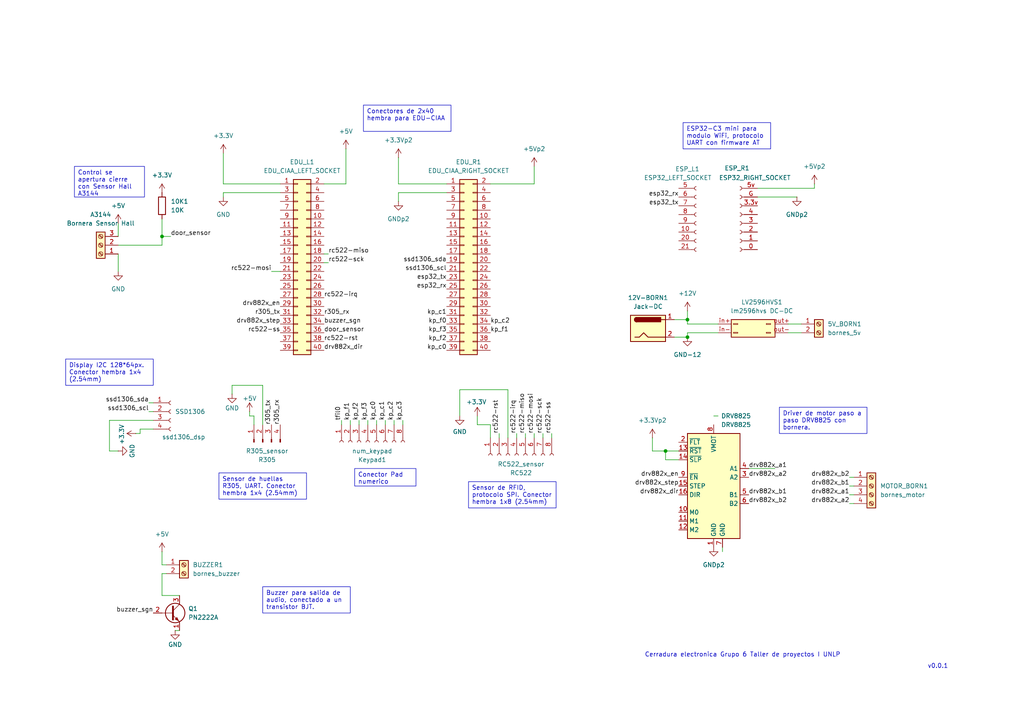
<source format=kicad_sch>
(kicad_sch (version 20250114) (generator "eeschema") (generator_version "9.0")
  (paper "A4")
  (lib_symbols
    (symbol "Conn_01x08_Socket_1" (pin_names (offset 1.016) (hide yes))
      (property "Reference" "J5" (at 1.27 0.0001 0))
      (property "Value" "Conn_01x08_Socket" (at 1.27 -2.5399 0))
      (symbol "Conn_01x08_Socket_1_1_1"
        (polyline (pts (xy -1.27 7.62) (xy -0.508 7.62)) (stroke (width 0.1524)))
        (polyline (pts (xy -1.27 5.08) (xy -0.508 5.08)) (stroke (width 0.1524)))
        (polyline (pts (xy -1.27 2.54) (xy -0.508 2.54)) (stroke (width 0.1524)))
        (polyline (pts (xy -1.27 0) (xy -0.508 0)) (stroke (width 0.1524)))
        (polyline (pts (xy -1.27 -2.54) (xy -0.508 -2.54)) (stroke (width 0.1524)))
        (polyline (pts (xy -1.27 -5.08) (xy -0.508 -5.08)) (stroke (width 0.1524)))
        (polyline (pts (xy -1.27 -7.62) (xy -0.508 -7.62)) (stroke (width 0.1524)))
        (polyline (pts (xy -1.27 -10.16) (xy -0.508 -10.16)) (stroke (width 0.1524)))
        (arc (start 0 7.112) (mid -0.5058 7.62) (end 0 8.128) (stroke (width 0.1524)))
        (arc (start 0 4.572) (mid -0.5058 5.08) (end 0 5.588) (stroke (width 0.1524)))
        (arc (start 0 2.032) (mid -0.5058 2.54) (end 0 3.048) (stroke (width 0.1524)))
        (arc (start 0 -0.508) (mid -0.5058 0) (end 0 0.508) (stroke (width 0.1524)))
        (arc (start 0 -3.048) (mid -0.5058 -2.54) (end 0 -2.032) (stroke (width 0.1524)))
        (arc (start 0 -5.588) (mid -0.5058 -5.08) (end 0 -4.572) (stroke (width 0.1524)))
        (arc (start 0 -8.128) (mid -0.5058 -7.62) (end 0 -7.112) (stroke (width 0.1524)))
        (arc (start 0 -10.668) (mid -0.5058 -10.16) (end 0 -9.652) (stroke (width 0.1524)))
        (pin passive line (at -5.08 7.62 0) (length 3.81) (name "5v") (number "5v"))
        (pin passive line (at -5.08 5.08 0) (length 3.81) (name "G") (number "G"))
        (pin passive line (at -5.08 2.54 0) (length 3.81) (name "3.3v") (number "3.3v"))
        (pin passive line (at -5.08 0 0) (length 3.81) (name "Pin_4") (number "4"))
        (pin passive line (at -5.08 -2.54 0) (length 3.81) (name "Pin_3") (number "3"))
        (pin passive line (at -5.08 -5.08 0) (length 3.81) (name "Pin_2") (number "2"))
        (pin passive line (at -5.08 -7.62 0) (length 3.81) (name "Pin_1") (number "1"))
        (pin passive line (at -5.08 -10.16 0) (length 3.81) (name "Pin_0") (number "0"))
      )
    )
    (symbol "Conn_01x08_Socket_2" (pin_names (offset 1.016) (hide yes))
      (property "Reference" "J9" (at -0.635 12.7 0))
      (property "Value" "Conn_01x08_Socket" (at -0.635 10.16 0))
      (symbol "Conn_01x08_Socket_2_1_1"
        (polyline (pts (xy -1.27 7.62) (xy -0.508 7.62)) (stroke (width 0.1524)))
        (polyline (pts (xy -1.27 5.08) (xy -0.508 5.08)) (stroke (width 0.1524)))
        (polyline (pts (xy -1.27 2.54) (xy -0.508 2.54)) (stroke (width 0.1524)))
        (polyline (pts (xy -1.27 0) (xy -0.508 0)) (stroke (width 0.1524)))
        (polyline (pts (xy -1.27 -2.54) (xy -0.508 -2.54)) (stroke (width 0.1524)))
        (polyline (pts (xy -1.27 -5.08) (xy -0.508 -5.08)) (stroke (width 0.1524)))
        (polyline (pts (xy -1.27 -7.62) (xy -0.508 -7.62)) (stroke (width 0.1524)))
        (polyline (pts (xy -1.27 -10.16) (xy -0.508 -10.16)) (stroke (width 0.1524)))
        (arc (start 0 7.112) (mid -0.5058 7.62) (end 0 8.128) (stroke (width 0.1524)))
        (arc (start 0 4.572) (mid -0.5058 5.08) (end 0 5.588) (stroke (width 0.1524)))
        (arc (start 0 2.032) (mid -0.5058 2.54) (end 0 3.048) (stroke (width 0.1524)))
        (arc (start 0 -0.508) (mid -0.5058 0) (end 0 0.508) (stroke (width 0.1524)))
        (arc (start 0 -3.048) (mid -0.5058 -2.54) (end 0 -2.032) (stroke (width 0.1524)))
        (arc (start 0 -5.588) (mid -0.5058 -5.08) (end 0 -4.572) (stroke (width 0.1524)))
        (arc (start 0 -8.128) (mid -0.5058 -7.62) (end 0 -7.112) (stroke (width 0.1524)))
        (arc (start 0 -10.668) (mid -0.5058 -10.16) (end 0 -9.652) (stroke (width 0.1524)))
        (pin passive line (at -5.08 7.62 0) (length 3.81) (name "Pin_5") (number "5"))
        (pin passive line (at -5.08 5.08 0) (length 3.81) (name "Pin_6") (number "6"))
        (pin passive line (at -5.08 2.54 0) (length 3.81) (name "Pin_7") (number "7"))
        (pin passive line (at -5.08 0 0) (length 3.81) (name "Pin_8") (number "8"))
        (pin passive line (at -5.08 -2.54 0) (length 3.81) (name "Pin_9") (number "9"))
        (pin passive line (at -5.08 -5.08 0) (length 3.81) (name "pin_10") (number "10"))
        (pin passive line (at -5.08 -7.62 0) (length 3.81) (name "Pin_20") (number "20"))
        (pin passive line (at -5.08 -10.16 0) (length 3.81) (name "Pin_21") (number "21"))
      )
    )
    (symbol "Connector:Conn_01x04_Pin" (pin_names (offset 1.016) (hide yes))
      (property "Reference" "J" (at 0 5.08 0))
      (property "Value" "Conn_01x04_Pin" (at 0 -7.62 0))
      (symbol "Conn_01x04_Pin_1_1"
        (rectangle (start 0.8636 2.667) (end 0 2.413) (stroke (width 0.1524)) (fill (type outline)))
        (rectangle (start 0.8636 0.127) (end 0 -0.127) (stroke (width 0.1524)) (fill (type outline)))
        (rectangle (start 0.8636 -2.413) (end 0 -2.667) (stroke (width 0.1524)) (fill (type outline)))
        (rectangle (start 0.8636 -4.953) (end 0 -5.207) (stroke (width 0.1524)) (fill (type outline)))
        (polyline (pts (xy 1.27 2.54) (xy 0.8636 2.54)) (stroke (width 0.1524)))
        (polyline (pts (xy 1.27 0) (xy 0.8636 0)) (stroke (width 0.1524)))
        (polyline (pts (xy 1.27 -2.54) (xy 0.8636 -2.54)) (stroke (width 0.1524)))
        (polyline (pts (xy 1.27 -5.08) (xy 0.8636 -5.08)) (stroke (width 0.1524)))
        (pin passive line (at 5.08 2.54 180) (length 3.81) (name "Pin_1") (number "1"))
        (pin passive line (at 5.08 0 180) (length 3.81) (name "Pin_2") (number "2"))
        (pin passive line (at 5.08 -2.54 180) (length 3.81) (name "Pin_3") (number "3"))
        (pin passive line (at 5.08 -5.08 180) (length 3.81) (name "Pin_4") (number "4"))
      )
    )
    (symbol "Connector:Conn_01x04_Socket" (pin_names (offset 1.016) (hide yes))
      (property "Reference" "J" (at 0 5.08 0))
      (property "Value" "Conn_01x04_Socket" (at 0 -7.62 0))
      (symbol "Conn_01x04_Socket_1_1"
        (polyline (pts (xy -1.27 2.54) (xy -0.508 2.54)) (stroke (width 0.1524)))
        (polyline (pts (xy -1.27 0) (xy -0.508 0)) (stroke (width 0.1524)))
        (polyline (pts (xy -1.27 -2.54) (xy -0.508 -2.54)) (stroke (width 0.1524)))
        (polyline (pts (xy -1.27 -5.08) (xy -0.508 -5.08)) (stroke (width 0.1524)))
        (arc (start 0 2.032) (mid -0.5058 2.54) (end 0 3.048) (stroke (width 0.1524)))
        (arc (start 0 -0.508) (mid -0.5058 0) (end 0 0.508) (stroke (width 0.1524)))
        (arc (start 0 -3.048) (mid -0.5058 -2.54) (end 0 -2.032) (stroke (width 0.1524)))
        (arc (start 0 -5.588) (mid -0.5058 -5.08) (end 0 -4.572) (stroke (width 0.1524)))
        (pin passive line (at -5.08 2.54 0) (length 3.81) (name "Pin_1") (number "1"))
        (pin passive line (at -5.08 0 0) (length 3.81) (name "Pin_2") (number "2"))
        (pin passive line (at -5.08 -2.54 0) (length 3.81) (name "Pin_3") (number "3"))
        (pin passive line (at -5.08 -5.08 0) (length 3.81) (name "Pin_4") (number "4"))
      )
    )
    (symbol "Connector:Conn_01x08_Socket" (pin_names (offset 1.016) (hide yes))
      (property "Reference" "J" (at 0 10.16 0))
      (property "Value" "Conn_01x08_Socket" (at 0 -12.7 0))
      (symbol "Conn_01x08_Socket_1_1"
        (polyline (pts (xy -1.27 7.62) (xy -0.508 7.62)) (stroke (width 0.1524)))
        (polyline (pts (xy -1.27 5.08) (xy -0.508 5.08)) (stroke (width 0.1524)))
        (polyline (pts (xy -1.27 2.54) (xy -0.508 2.54)) (stroke (width 0.1524)))
        (polyline (pts (xy -1.27 0) (xy -0.508 0)) (stroke (width 0.1524)))
        (polyline (pts (xy -1.27 -2.54) (xy -0.508 -2.54)) (stroke (width 0.1524)))
        (polyline (pts (xy -1.27 -5.08) (xy -0.508 -5.08)) (stroke (width 0.1524)))
        (polyline (pts (xy -1.27 -7.62) (xy -0.508 -7.62)) (stroke (width 0.1524)))
        (polyline (pts (xy -1.27 -10.16) (xy -0.508 -10.16)) (stroke (width 0.1524)))
        (arc (start 0 7.112) (mid -0.5058 7.62) (end 0 8.128) (stroke (width 0.1524)))
        (arc (start 0 4.572) (mid -0.5058 5.08) (end 0 5.588) (stroke (width 0.1524)))
        (arc (start 0 2.032) (mid -0.5058 2.54) (end 0 3.048) (stroke (width 0.1524)))
        (arc (start 0 -0.508) (mid -0.5058 0) (end 0 0.508) (stroke (width 0.1524)))
        (arc (start 0 -3.048) (mid -0.5058 -2.54) (end 0 -2.032) (stroke (width 0.1524)))
        (arc (start 0 -5.588) (mid -0.5058 -5.08) (end 0 -4.572) (stroke (width 0.1524)))
        (arc (start 0 -8.128) (mid -0.5058 -7.62) (end 0 -7.112) (stroke (width 0.1524)))
        (arc (start 0 -10.668) (mid -0.5058 -10.16) (end 0 -9.652) (stroke (width 0.1524)))
        (pin passive line (at -5.08 7.62 0) (length 3.81) (name "Pin_1") (number "1"))
        (pin passive line (at -5.08 5.08 0) (length 3.81) (name "Pin_2") (number "2"))
        (pin passive line (at -5.08 2.54 0) (length 3.81) (name "Pin_3") (number "3"))
        (pin passive line (at -5.08 0 0) (length 3.81) (name "Pin_4") (number "4"))
        (pin passive line (at -5.08 -2.54 0) (length 3.81) (name "Pin_5") (number "5"))
        (pin passive line (at -5.08 -5.08 0) (length 3.81) (name "Pin_6") (number "6"))
        (pin passive line (at -5.08 -7.62 0) (length 3.81) (name "Pin_7") (number "7"))
        (pin passive line (at -5.08 -10.16 0) (length 3.81) (name "Pin_8") (number "8"))
      )
    )
    (symbol "Connector:Jack-DC" (pin_names (offset 1.016))
      (property "Reference" "J" (at 0 5.334 0))
      (property "Value" "Jack-DC" (at 0 -5.08 0))
      (symbol "Jack-DC_0_1"
        (rectangle (start -5.08 3.81) (end 5.08 -3.81) (stroke (width 0.254)) (fill (type background)))
        (polyline (pts (xy -3.81 -2.54) (xy -2.54 -2.54) (xy -1.27 -1.27) (xy 0 -2.54) (xy 2.54 -2.54) (xy 5.08 -2.54)) (stroke (width 0.254)))
        (arc (start -3.302 1.905) (mid -3.9343 2.54) (end -3.302 3.175) (stroke (width 0.254)))
        (arc (start -3.302 1.905) (mid -3.9343 2.54) (end -3.302 3.175) (stroke (width 0.254)) (fill (type outline)))
        (rectangle (start 3.683 3.175) (end -3.302 1.905) (stroke (width 0.254)) (fill (type outline)))
        (polyline (pts (xy 5.08 2.54) (xy 3.81 2.54)) (stroke (width 0.254)))
      )
      (symbol "Jack-DC_1_1"
        (pin passive line (at 7.62 2.54 180) (length 2.54) (name "~") (number "1"))
        (pin passive line (at 7.62 -2.54 180) (length 2.54) (name "~") (number "2"))
      )
    )
    (symbol "Connector:Screw_Terminal_01x02" (pin_names (offset 1.016) (hide yes))
      (property "Reference" "J" (at 0 2.54 0))
      (property "Value" "Screw_Terminal_01x02" (at 0 -5.08 0))
      (symbol "Screw_Terminal_01x02_1_1"
        (rectangle (start -1.27 1.27) (end 1.27 -3.81) (stroke (width 0.254)) (fill (type background)))
        (polyline (pts (xy -0.5334 0.3302) (xy 0.3302 -0.508)) (stroke (width 0.1524)))
        (polyline (pts (xy -0.5334 -2.2098) (xy 0.3302 -3.048)) (stroke (width 0.1524)))
        (polyline (pts (xy -0.3556 0.508) (xy 0.508 -0.3302)) (stroke (width 0.1524)))
        (polyline (pts (xy -0.3556 -2.032) (xy 0.508 -2.8702)) (stroke (width 0.1524)))
        (circle (center 0 0) (radius 0.635) (stroke (width 0.1524)))
        (circle (center 0 -2.54) (radius 0.635) (stroke (width 0.1524)))
        (pin passive line (at -5.08 0 0) (length 3.81) (name "Pin_1") (number "1"))
        (pin passive line (at -5.08 -2.54 0) (length 3.81) (name "Pin_2") (number "2"))
      )
    )
    (symbol "Connector:Screw_Terminal_01x03" (pin_names (offset 1.016) (hide yes))
      (property "Reference" "J" (at 0 5.08 0))
      (property "Value" "Screw_Terminal_01x03" (at 0 -5.08 0))
      (symbol "Screw_Terminal_01x03_1_1"
        (rectangle (start -1.27 3.81) (end 1.27 -3.81) (stroke (width 0.254)) (fill (type background)))
        (polyline (pts (xy -0.5334 2.8702) (xy 0.3302 2.032)) (stroke (width 0.1524)))
        (polyline (pts (xy -0.5334 0.3302) (xy 0.3302 -0.508)) (stroke (width 0.1524)))
        (polyline (pts (xy -0.5334 -2.2098) (xy 0.3302 -3.048)) (stroke (width 0.1524)))
        (polyline (pts (xy -0.3556 3.048) (xy 0.508 2.2098)) (stroke (width 0.1524)))
        (polyline (pts (xy -0.3556 0.508) (xy 0.508 -0.3302)) (stroke (width 0.1524)))
        (polyline (pts (xy -0.3556 -2.032) (xy 0.508 -2.8702)) (stroke (width 0.1524)))
        (circle (center 0 2.54) (radius 0.635) (stroke (width 0.1524)))
        (circle (center 0 0) (radius 0.635) (stroke (width 0.1524)))
        (circle (center 0 -2.54) (radius 0.635) (stroke (width 0.1524)))
        (pin passive line (at -5.08 2.54 0) (length 3.81) (name "Pin_1") (number "1"))
        (pin passive line (at -5.08 0 0) (length 3.81) (name "Pin_2") (number "2"))
        (pin passive line (at -5.08 -2.54 0) (length 3.81) (name "Pin_3") (number "3"))
      )
    )
    (symbol "Connector:Screw_Terminal_01x04" (pin_names (offset 1.016) (hide yes))
      (property "Reference" "J" (at 0 5.08 0))
      (property "Value" "Screw_Terminal_01x04" (at 0 -7.62 0))
      (symbol "Screw_Terminal_01x04_1_1"
        (rectangle (start -1.27 3.81) (end 1.27 -6.35) (stroke (width 0.254)) (fill (type background)))
        (polyline (pts (xy -0.5334 2.8702) (xy 0.3302 2.032)) (stroke (width 0.1524)))
        (polyline (pts (xy -0.5334 0.3302) (xy 0.3302 -0.508)) (stroke (width 0.1524)))
        (polyline (pts (xy -0.5334 -2.2098) (xy 0.3302 -3.048)) (stroke (width 0.1524)))
        (polyline (pts (xy -0.5334 -4.7498) (xy 0.3302 -5.588)) (stroke (width 0.1524)))
        (polyline (pts (xy -0.3556 3.048) (xy 0.508 2.2098)) (stroke (width 0.1524)))
        (polyline (pts (xy -0.3556 0.508) (xy 0.508 -0.3302)) (stroke (width 0.1524)))
        (polyline (pts (xy -0.3556 -2.032) (xy 0.508 -2.8702)) (stroke (width 0.1524)))
        (polyline (pts (xy -0.3556 -4.572) (xy 0.508 -5.4102)) (stroke (width 0.1524)))
        (circle (center 0 2.54) (radius 0.635) (stroke (width 0.1524)))
        (circle (center 0 0) (radius 0.635) (stroke (width 0.1524)))
        (circle (center 0 -2.54) (radius 0.635) (stroke (width 0.1524)))
        (circle (center 0 -5.08) (radius 0.635) (stroke (width 0.1524)))
        (pin passive line (at -5.08 2.54 0) (length 3.81) (name "Pin_1") (number "1"))
        (pin passive line (at -5.08 0 0) (length 3.81) (name "Pin_2") (number "2"))
        (pin passive line (at -5.08 -2.54 0) (length 3.81) (name "Pin_3") (number "3"))
        (pin passive line (at -5.08 -5.08 0) (length 3.81) (name "Pin_4") (number "4"))
      )
    )
    (symbol "Connector_Generic:Conn_02x02_Counter_Clockwise" (pin_names (offset 1.016) (hide yes))
      (property "Reference" "J10" (at 1.27 6.35 0))
      (property "Value" "HW-677 DC-DC" (at 1.27 3.81 0))
      (symbol "Conn_02x02_Counter_Clockwise_1_1"
        (rectangle (start -7.62 1.27) (end 5.08 -3.81) (stroke (width 0.254)) (fill (type background)))
        (rectangle (start -6.985 0.127) (end -5.715 -0.127) (stroke (width 0.1524)))
        (rectangle (start -6.985 -2.413) (end -5.715 -2.667) (stroke (width 0.1524)))
        (rectangle (start 3.81 0.127) (end 2.54 -0.127) (stroke (width 0.1524)))
        (rectangle (start 3.81 -2.413) (end 2.54 -2.667) (stroke (width 0.1524)))
        (pin passive line (at -11.43 0 0) (length 3.81) (name "Pin_1") (number "in+"))
        (pin passive line (at -11.43 -2.54 0) (length 3.81) (name "Pin_2") (number "in-"))
        (pin passive line (at 8.89 0 180) (length 3.81) (name "4") (number "out+"))
        (pin passive line (at 8.89 -2.54 180) (length 3.81) (name "3") (number "out-"))
      )
    )
    (symbol "Connector_Generic:Conn_02x20_Odd_Even" (pin_names (offset 1.016) (hide yes))
      (property "Reference" "J" (at 1.27 25.4 0))
      (property "Value" "Conn_02x20_Odd_Even" (at 1.27 -27.94 0))
      (symbol "Conn_02x20_Odd_Even_1_1"
        (rectangle (start -1.27 24.13) (end 3.81 -26.67) (stroke (width 0.254)) (fill (type background)))
        (rectangle (start -1.27 22.987) (end 0 22.733) (stroke (width 0.1524)))
        (rectangle (start -1.27 20.447) (end 0 20.193) (stroke (width 0.1524)))
        (rectangle (start -1.27 17.907) (end 0 17.653) (stroke (width 0.1524)))
        (rectangle (start -1.27 15.367) (end 0 15.113) (stroke (width 0.1524)))
        (rectangle (start -1.27 12.827) (end 0 12.573) (stroke (width 0.1524)))
        (rectangle (start -1.27 10.287) (end 0 10.033) (stroke (width 0.1524)))
        (rectangle (start -1.27 7.747) (end 0 7.493) (stroke (width 0.1524)))
        (rectangle (start -1.27 5.207) (end 0 4.953) (stroke (width 0.1524)))
        (rectangle (start -1.27 2.667) (end 0 2.413) (stroke (width 0.1524)))
        (rectangle (start -1.27 0.127) (end 0 -0.127) (stroke (width 0.1524)))
        (rectangle (start -1.27 -2.413) (end 0 -2.667) (stroke (width 0.1524)))
        (rectangle (start -1.27 -4.953) (end 0 -5.207) (stroke (width 0.1524)))
        (rectangle (start -1.27 -7.493) (end 0 -7.747) (stroke (width 0.1524)))
        (rectangle (start -1.27 -10.033) (end 0 -10.287) (stroke (width 0.1524)))
        (rectangle (start -1.27 -12.573) (end 0 -12.827) (stroke (width 0.1524)))
        (rectangle (start -1.27 -15.113) (end 0 -15.367) (stroke (width 0.1524)))
        (rectangle (start -1.27 -17.653) (end 0 -17.907) (stroke (width 0.1524)))
        (rectangle (start -1.27 -20.193) (end 0 -20.447) (stroke (width 0.1524)))
        (rectangle (start -1.27 -22.733) (end 0 -22.987) (stroke (width 0.1524)))
        (rectangle (start -1.27 -25.273) (end 0 -25.527) (stroke (width 0.1524)))
        (rectangle (start 3.81 22.987) (end 2.54 22.733) (stroke (width 0.1524)))
        (rectangle (start 3.81 20.447) (end 2.54 20.193) (stroke (width 0.1524)))
        (rectangle (start 3.81 17.907) (end 2.54 17.653) (stroke (width 0.1524)))
        (rectangle (start 3.81 15.367) (end 2.54 15.113) (stroke (width 0.1524)))
        (rectangle (start 3.81 12.827) (end 2.54 12.573) (stroke (width 0.1524)))
        (rectangle (start 3.81 10.287) (end 2.54 10.033) (stroke (width 0.1524)))
        (rectangle (start 3.81 7.747) (end 2.54 7.493) (stroke (width 0.1524)))
        (rectangle (start 3.81 5.207) (end 2.54 4.953) (stroke (width 0.1524)))
        (rectangle (start 3.81 2.667) (end 2.54 2.413) (stroke (width 0.1524)))
        (rectangle (start 3.81 0.127) (end 2.54 -0.127) (stroke (width 0.1524)))
        (rectangle (start 3.81 -2.413) (end 2.54 -2.667) (stroke (width 0.1524)))
        (rectangle (start 3.81 -4.953) (end 2.54 -5.207) (stroke (width 0.1524)))
        (rectangle (start 3.81 -7.493) (end 2.54 -7.747) (stroke (width 0.1524)))
        (rectangle (start 3.81 -10.033) (end 2.54 -10.287) (stroke (width 0.1524)))
        (rectangle (start 3.81 -12.573) (end 2.54 -12.827) (stroke (width 0.1524)))
        (rectangle (start 3.81 -15.113) (end 2.54 -15.367) (stroke (width 0.1524)))
        (rectangle (start 3.81 -17.653) (end 2.54 -17.907) (stroke (width 0.1524)))
        (rectangle (start 3.81 -20.193) (end 2.54 -20.447) (stroke (width 0.1524)))
        (rectangle (start 3.81 -22.733) (end 2.54 -22.987) (stroke (width 0.1524)))
        (rectangle (start 3.81 -25.273) (end 2.54 -25.527) (stroke (width 0.1524)))
        (pin passive line (at -5.08 22.86 0) (length 3.81) (name "Pin_1") (number "1"))
        (pin passive line (at -5.08 20.32 0) (length 3.81) (name "Pin_3") (number "3"))
        (pin passive line (at -5.08 17.78 0) (length 3.81) (name "Pin_5") (number "5"))
        (pin passive line (at -5.08 15.24 0) (length 3.81) (name "Pin_7") (number "7"))
        (pin passive line (at -5.08 12.7 0) (length 3.81) (name "Pin_9") (number "9"))
        (pin passive line (at -5.08 10.16 0) (length 3.81) (name "Pin_11") (number "11"))
        (pin passive line (at -5.08 7.62 0) (length 3.81) (name "Pin_13") (number "13"))
        (pin passive line (at -5.08 5.08 0) (length 3.81) (name "Pin_15") (number "15"))
        (pin passive line (at -5.08 2.54 0) (length 3.81) (name "Pin_17") (number "17"))
        (pin passive line (at -5.08 0 0) (length 3.81) (name "Pin_19") (number "19"))
        (pin passive line (at -5.08 -2.54 0) (length 3.81) (name "Pin_21") (number "21"))
        (pin passive line (at -5.08 -5.08 0) (length 3.81) (name "Pin_23") (number "23"))
        (pin passive line (at -5.08 -7.62 0) (length 3.81) (name "Pin_25") (number "25"))
        (pin passive line (at -5.08 -10.16 0) (length 3.81) (name "Pin_27") (number "27"))
        (pin passive line (at -5.08 -12.7 0) (length 3.81) (name "Pin_29") (number "29"))
        (pin passive line (at -5.08 -15.24 0) (length 3.81) (name "Pin_31") (number "31"))
        (pin passive line (at -5.08 -17.78 0) (length 3.81) (name "Pin_33") (number "33"))
        (pin passive line (at -5.08 -20.32 0) (length 3.81) (name "Pin_35") (number "35"))
        (pin passive line (at -5.08 -22.86 0) (length 3.81) (name "Pin_37") (number "37"))
        (pin passive line (at -5.08 -25.4 0) (length 3.81) (name "Pin_39") (number "39"))
        (pin passive line (at 7.62 22.86 180) (length 3.81) (name "Pin_2") (number "2"))
        (pin passive line (at 7.62 20.32 180) (length 3.81) (name "Pin_4") (number "4"))
        (pin passive line (at 7.62 17.78 180) (length 3.81) (name "Pin_6") (number "6"))
        (pin passive line (at 7.62 15.24 180) (length 3.81) (name "Pin_8") (number "8"))
        (pin passive line (at 7.62 12.7 180) (length 3.81) (name "Pin_10") (number "10"))
        (pin passive line (at 7.62 10.16 180) (length 3.81) (name "Pin_12") (number "12"))
        (pin passive line (at 7.62 7.62 180) (length 3.81) (name "Pin_14") (number "14"))
        (pin passive line (at 7.62 5.08 180) (length 3.81) (name "Pin_16") (number "16"))
        (pin passive line (at 7.62 2.54 180) (length 3.81) (name "Pin_18") (number "18"))
        (pin passive line (at 7.62 0 180) (length 3.81) (name "Pin_20") (number "20"))
        (pin passive line (at 7.62 -2.54 180) (length 3.81) (name "Pin_22") (number "22"))
        (pin passive line (at 7.62 -5.08 180) (length 3.81) (name "Pin_24") (number "24"))
        (pin passive line (at 7.62 -7.62 180) (length 3.81) (name "Pin_26") (number "26"))
        (pin passive line (at 7.62 -10.16 180) (length 3.81) (name "Pin_28") (number "28"))
        (pin passive line (at 7.62 -12.7 180) (length 3.81) (name "Pin_30") (number "30"))
        (pin passive line (at 7.62 -15.24 180) (length 3.81) (name "Pin_32") (number "32"))
        (pin passive line (at 7.62 -17.78 180) (length 3.81) (name "Pin_34") (number "34"))
        (pin passive line (at 7.62 -20.32 180) (length 3.81) (name "Pin_36") (number "36"))
        (pin passive line (at 7.62 -22.86 180) (length 3.81) (name "Pin_38") (number "38"))
        (pin passive line (at 7.62 -25.4 180) (length 3.81) (name "Pin_40") (number "40"))
      )
    )
    (symbol "Device:R" (pin_numbers (hide yes)) (pin_names (offset 0))
      (property "Reference" "R" (at 2.032 0 90))
      (property "Value" "R" (at 0 0 90))
      (symbol "R_0_1"
        (rectangle (start -1.016 -2.54) (end 1.016 2.54) (stroke (width 0.254)))
      )
      (symbol "R_1_1"
        (pin passive line (at 0 3.81 270) (length 1.27) (name "~") (number "1"))
        (pin passive line (at 0 -3.81 90) (length 1.27) (name "~") (number "2"))
      )
    )
    (symbol "Driver_Motor:Pololu_Breakout_DRV8825"
      (property "Reference" "A" (at -2.54 16.51 0))
      (property "Value" "Pololu_Breakout_DRV8825" (at -2.54 13.97 0))
      (symbol "Pololu_Breakout_DRV8825_0_1"
        (rectangle (start 7.62 -17.78) (end -7.62 12.7) (stroke (width 0.254)) (fill (type background)))
      )
      (symbol "Pololu_Breakout_DRV8825_1_1"
        (pin output line (at -10.16 10.16 0) (length 2.54) (name "~{FLT}") (number "2"))
        (pin input line (at -10.16 7.62 0) (length 2.54) (name "~{RST}") (number "13"))
        (pin input line (at -10.16 5.08 0) (length 2.54) (name "~{SLP}") (number "14"))
        (pin input line (at -10.16 0 0) (length 2.54) (name "~{EN}") (number "9"))
        (pin input line (at -10.16 -2.54 0) (length 2.54) (name "STEP") (number "15"))
        (pin input line (at -10.16 -5.08 0) (length 2.54) (name "DIR") (number "16"))
        (pin input line (at -10.16 -10.16 0) (length 2.54) (name "M0") (number "10"))
        (pin input line (at -10.16 -12.7 0) (length 2.54) (name "M1") (number "11"))
        (pin input line (at -10.16 -15.24 0) (length 2.54) (name "M2") (number "12"))
        (pin power_in line (at 0 15.24 270) (length 2.54) (name "VMOT") (number "8"))
        (pin power_in line (at 0 -20.32 90) (length 2.54) (name "GND") (number "1"))
        (pin power_in line (at 2.54 -20.32 90) (length 2.54) (name "GND") (number "7"))
        (pin output line (at 10.16 2.54 180) (length 2.54) (name "A1") (number "4"))
        (pin output line (at 10.16 0 180) (length 2.54) (name "A2") (number "3"))
        (pin output line (at 10.16 -5.08 180) (length 2.54) (name "B1") (number "5"))
        (pin output line (at 10.16 -7.62 180) (length 2.54) (name "B2") (number "6"))
      )
    )
    (symbol "Transistor_BJT:PN2222A" (pin_names (offset 0) (hide yes))
      (property "Reference" "Q" (at 5.08 1.905 0))
      (property "Value" "PN2222A" (at 5.08 0 0))
      (symbol "PN2222A_0_1"
        (polyline (pts (xy -2.54 0) (xy 0.635 0)))
        (polyline (pts (xy 0.635 1.905) (xy 0.635 -1.905)) (stroke (width 0.508)))
        (circle (center 1.27 0) (radius 2.8194) (stroke (width 0.254)))
      )
      (symbol "PN2222A_1_1"
        (polyline (pts (xy 0.635 0.635) (xy 2.54 2.54)))
        (polyline (pts (xy 0.635 -0.635) (xy 2.54 -2.54)))
        (polyline (pts (xy 1.27 -1.778) (xy 1.778 -1.27) (xy 2.286 -2.286) (xy 1.27 -1.778)) (fill (type outline)))
        (pin input line (at -5.08 0 0) (length 2.54) (name "B") (number "2"))
        (pin passive line (at 2.54 5.08 270) (length 2.54) (name "C") (number "3"))
        (pin passive line (at 2.54 -5.08 90) (length 2.54) (name "E") (number "1"))
      )
    )
    (symbol "power:+12V" (power) (pin_numbers (hide yes)) (pin_names (offset 0) (hide yes))
      (property "Value" "+12V" (at 0 3.556 0))
      (symbol "+12V_0_1"
        (polyline (pts (xy -0.762 1.27) (xy 0 2.54)))
        (polyline (pts (xy 0 2.54) (xy 0.762 1.27)))
        (polyline (pts (xy 0 0) (xy 0 2.54)))
      )
      (symbol "+12V_1_1"
        (pin power_in line (at 0 0 90) (length 0) (name "~") (number "1"))
      )
    )
    (symbol "power:+3.3V" (power) (pin_numbers (hide yes)) (pin_names (offset 0) (hide yes))
      (property "Value" "+3.3V" (at 0 3.556 0))
      (symbol "+3.3V_0_1"
        (polyline (pts (xy -0.762 1.27) (xy 0 2.54)))
        (polyline (pts (xy 0 2.54) (xy 0.762 1.27)))
        (polyline (pts (xy 0 0) (xy 0 2.54)))
      )
      (symbol "+3.3V_1_1"
        (pin power_in line (at 0 0 90) (length 0) (name "~") (number "1"))
      )
    )
    (symbol "power:+5V" (power) (pin_numbers (hide yes)) (pin_names (offset 0) (hide yes))
      (property "Value" "+5V" (at 0 3.556 0))
      (symbol "+5V_0_1"
        (polyline (pts (xy -0.762 1.27) (xy 0 2.54)))
        (polyline (pts (xy 0 2.54) (xy 0.762 1.27)))
        (polyline (pts (xy 0 0) (xy 0 2.54)))
      )
      (symbol "+5V_1_1"
        (pin power_in line (at 0 0 90) (length 0) (name "~") (number "1"))
      )
    )
    (symbol "power:GND" (power) (pin_numbers (hide yes)) (pin_names (offset 0) (hide yes))
      (property "Value" "GND" (at 0 -3.81 0))
      (symbol "GND_0_1"
        (polyline (pts (xy 0 0) (xy 0 -1.27) (xy 1.27 -1.27) (xy 0 -2.54) (xy -1.27 -1.27) (xy 0 -1.27)))
      )
      (symbol "GND_1_1"
        (pin power_in line (at 0 0 270) (length 0) (name "~") (number "1"))
      )
    )
  )
  (text "v0.0.1" (at 272.034 193.294 0) (effects (font (size 1.27 1.27))))
  (text "Cerradura electronica Grupo 6 Taller de proyectos I UNLP" (at 215.392 189.992 0) (effects (font (size 1.27 1.27))))
  (text_box "Driver de motor paso a paso DRV8825 con bornera." (at 226.06 118.11 0) (size 25.4 7.62) (margins 0.9525 0.9525 0.9525 0.9525) (effects (font (size 1.27 1.27)) (justify left top)))
  (text_box "Display I2C 128*64px. Conector hembra 1x4 (2.54mm)" (at 19.05 104.14 0) (size 25.4 7.62) (margins 0.9525 0.9525 0.9525 0.9525) (effects (font (size 1.27 1.27)) (justify left top)))
  (text_box "Control se apertura cierre con Sensor Hall A3144" (at 21.59 48.26 0) (size 20.32 8.89) (margins 0.9525 0.9525 0.9525 0.9525) (effects (font (size 1.27 1.27)) (justify left top)))
  (text_box "Conectores de 2x40 hembra para EDU-CIAA" (at 105.41 30.48 0) (size 25.4 7.62) (margins 0.9525 0.9525 0.9525 0.9525) (effects (font (size 1.27 1.27)) (justify left top)))
  (text_box "Buzzer para salida de audio, conectado a un transistor BJT." (at 76.2 170.18 0) (size 25.4 7.62) (margins 0.9525 0.9525 0.9525 0.9525) (effects (font (size 1.27 1.27)) (justify left top)))
  (text_box "Conector Pad numerico" (at 102.87 135.89 0) (size 17.78 5.08) (margins 0.9525 0.9525 0.9525 0.9525) (effects (font (size 1.27 1.27)) (justify left top)))
  (text_box "ESP32-C3 mini para modulo WiFi, protocolo UART con firmware AT" (at 198.12 35.56 0) (size 25.4 7.62) (margins 0.9525 0.9525 0.9525 0.9525) (effects (font (size 1.27 1.27)) (justify left top)))
  (text_box "Sensor de huellas R305, UART. Conector hembra 1x4 (2.54mm)" (at 63.5 137.16 0) (size 25.4 7.62) (margins 0.9525 0.9525 0.9525 0.9525) (effects (font (size 1.27 1.27)) (justify left top)))
  (text_box "Sensor de RFID, protocolo SPI. Conector hembra 1x8 (2.54mm)" (at 135.89 139.7 0) (size 25.4 7.62) (margins 0.9525 0.9525 0.9525 0.9525) (effects (font (size 1.27 1.27)) (justify left top)))
  (junction (at 199.39 97.79))
  (junction (at 46.99 68.58))
  (junction (at 193.04 130.81))
  (junction (at 199.39 92.71))
  (wire (pts (xy 44.45 121.92) (xy 31.75 121.92)))
  (wire (pts (xy 114.3 123.19) (xy 114.3 121.92)))
  (wire (pts (xy 48.26 166.37) (xy 46.99 166.37)))
  (wire (pts (xy 72.39 119.38) (xy 72.39 120.65)))
  (wire (pts (xy 115.57 58.42) (xy 115.57 55.88)))
  (wire (pts (xy 99.06 123.19) (xy 99.06 121.92)))
  (wire (pts (xy 149.86 127) (xy 149.86 125.73)))
  (wire (pts (xy 100.33 53.34) (xy 100.33 43.18)))
  (wire (pts (xy 247.65 146.05) (xy 246.38 146.05)))
  (wire (pts (xy 52.07 182.88) (xy 50.8 182.88)))
  (wire (pts (xy 133.35 113.03) (xy 133.35 120.65)))
  (wire (pts (xy 64.77 55.88) (xy 81.28 55.88)))
  (wire (pts (xy 109.22 123.19) (xy 109.22 121.92)))
  (wire (pts (xy 104.14 123.19) (xy 104.14 121.92)))
  (wire (pts (xy 208.28 96.52) (xy 199.39 96.52)))
  (wire (pts (xy 46.99 71.12) (xy 46.99 68.58)))
  (wire (pts (xy 40.64 125.73) (xy 40.64 124.46)))
  (wire (pts (xy 116.84 123.19) (xy 116.84 121.92)))
  (wire (pts (xy 64.77 57.15) (xy 64.77 55.88)))
  (wire (pts (xy 64.77 44.45) (xy 64.77 53.34)))
  (wire (pts (xy 154.94 127) (xy 154.94 125.73)))
  (wire (pts (xy 232.41 93.98) (xy 228.6 93.98)))
  (wire (pts (xy 115.57 53.34) (xy 129.54 53.34)))
  (wire (pts (xy 46.99 63.5) (xy 46.99 68.58)))
  (wire (pts (xy 247.65 140.97) (xy 246.38 140.97)))
  (wire (pts (xy 44.45 119.38) (xy 43.18 119.38)))
  (wire (pts (xy 95.25 73.66) (xy 93.98 73.66)))
  (wire (pts (xy 101.6 123.19) (xy 101.6 121.92)))
  (wire (pts (xy 34.29 64.77) (xy 34.29 68.58)))
  (wire (pts (xy 46.99 163.83) (xy 48.26 163.83)))
  (wire (pts (xy 111.76 123.19) (xy 111.76 121.92)))
  (wire (pts (xy 209.55 160.02) (xy 209.55 158.75)))
  (wire (pts (xy 231.14 57.15) (xy 219.71 57.15)))
  (wire (pts (xy 199.39 90.17) (xy 199.39 92.71)))
  (wire (pts (xy 93.98 53.34) (xy 100.33 53.34)))
  (wire (pts (xy 142.24 53.34) (xy 154.94 53.34)))
  (wire (pts (xy 115.57 55.88) (xy 129.54 55.88)))
  (wire (pts (xy 39.37 125.73) (xy 40.64 125.73)))
  (wire (pts (xy 196.85 133.35) (xy 193.04 133.35)))
  (wire (pts (xy 199.39 93.98) (xy 199.39 92.71)))
  (wire (pts (xy 219.71 54.61) (xy 236.22 54.61)))
  (wire (pts (xy 44.45 116.84) (xy 43.18 116.84)))
  (wire (pts (xy 72.39 120.65) (xy 73.66 120.65)))
  (wire (pts (xy 144.78 127) (xy 144.78 125.73)))
  (wire (pts (xy 34.29 78.74) (xy 34.29 73.66)))
  (wire (pts (xy 208.28 93.98) (xy 199.39 93.98)))
  (wire (pts (xy 46.99 160.02) (xy 46.99 163.83)))
  (wire (pts (xy 160.02 127) (xy 160.02 125.73)))
  (wire (pts (xy 95.25 76.2) (xy 93.98 76.2)))
  (wire (pts (xy 232.41 96.52) (xy 228.6 96.52)))
  (wire (pts (xy 147.32 127) (xy 147.32 113.03)))
  (wire (pts (xy 247.65 138.43) (xy 246.38 138.43)))
  (wire (pts (xy 193.04 130.81) (xy 189.23 130.81)))
  (wire (pts (xy 31.75 130.81) (xy 34.29 130.81)))
  (wire (pts (xy 49.53 68.58) (xy 46.99 68.58)))
  (wire (pts (xy 40.64 124.46) (xy 44.45 124.46)))
  (wire (pts (xy 34.29 71.12) (xy 46.99 71.12)))
  (wire (pts (xy 78.74 78.74) (xy 81.28 78.74)))
  (wire (pts (xy 46.99 166.37) (xy 46.99 172.72)))
  (wire (pts (xy 73.66 120.65) (xy 73.66 123.19)))
  (wire (pts (xy 196.85 130.81) (xy 193.04 130.81)))
  (wire (pts (xy 147.32 113.03) (xy 133.35 113.03)))
  (wire (pts (xy 152.4 127) (xy 152.4 125.73)))
  (wire (pts (xy 142.24 123.19) (xy 142.24 127)))
  (wire (pts (xy 67.31 111.76) (xy 67.31 114.3)))
  (wire (pts (xy 193.04 133.35) (xy 193.04 130.81)))
  (wire (pts (xy 236.22 54.61) (xy 236.22 53.34)))
  (wire (pts (xy 208.28 120.65) (xy 207.01 120.65)))
  (wire (pts (xy 115.57 45.72) (xy 115.57 53.34)))
  (wire (pts (xy 157.48 127) (xy 157.48 125.73)))
  (wire (pts (xy 76.2 123.19) (xy 76.2 111.76)))
  (wire (pts (xy 106.68 123.19) (xy 106.68 121.92)))
  (wire (pts (xy 195.58 97.79) (xy 199.39 97.79)))
  (wire (pts (xy 247.65 143.51) (xy 246.38 143.51)))
  (wire (pts (xy 138.43 123.19) (xy 142.24 123.19)))
  (wire (pts (xy 76.2 111.76) (xy 67.31 111.76)))
  (wire (pts (xy 154.94 53.34) (xy 154.94 48.26)))
  (wire (pts (xy 199.39 92.71) (xy 195.58 92.71)))
  (wire (pts (xy 31.75 121.92) (xy 31.75 130.81)))
  (wire (pts (xy 199.39 96.52) (xy 199.39 97.79)))
  (wire (pts (xy 52.07 172.72) (xy 46.99 172.72)))
  (wire (pts (xy 217.17 135.89) (xy 224.79 135.89)))
  (wire (pts (xy 138.43 120.65) (xy 138.43 123.19)))
  (wire (pts (xy 189.23 127) (xy 189.23 130.81)))
  (wire (pts (xy 64.77 53.34) (xy 81.28 53.34)))
  (label "drv882x_a1" (at 217.17 135.89 0))
  (label "esp32_tx" (at 129.54 81.28 180))
  (label "drv882x_en" (at 196.85 138.43 180))
  (label "ssd1306_scl" (at 129.54 78.74 180))
  (label "r305_rx" (at 93.98 91.44 0))
  (label "drv882x_en" (at 81.28 88.9 180))
  (label "esp32_rx" (at 196.85 57.15 180))
  (label "door_sensor" (at 49.53 68.58 0))
  (label "kp_f3" (at 106.68 121.92 90))
  (label "buzzer_sgn" (at 44.45 177.8 180))
  (label "esp32_tx" (at 196.85 59.69 180))
  (label "kp_c0" (at 109.22 121.92 90))
  (label "drv882x_b1" (at 246.38 140.97 180))
  (label "kp_c0" (at 129.54 101.6 180))
  (label "drv882x_b2" (at 217.17 146.05 0))
  (label "esp32_rx" (at 129.54 83.82 180))
  (label "rc522-irq" (at 149.86 125.73 90))
  (label "kp_f1" (at 101.6 121.92 90))
  (label "rc522-mosi" (at 78.74 78.74 180))
  (label "drv882x_step" (at 196.85 140.97 180))
  (label "rc522-irq" (at 93.98 86.36 0))
  (label "kp_c1" (at 129.54 91.44 180))
  (label "ssd1306_sda" (at 129.54 76.2 180))
  (label "kp_f2" (at 104.14 121.92 90))
  (label "kp_c2" (at 114.3 121.92 90))
  (label "drv882x_a2" (at 246.38 146.05 180))
  (label "rc522-sck" (at 157.48 125.73 90))
  (label "kp_c3" (at 116.84 121.92 90))
  (label "rc522-ss" (at 81.28 96.52 180))
  (label "rc522-miso" (at 95.25 73.66 0))
  (label "rc522-ss" (at 160.02 125.73 90))
  (label "kp_f2" (at 129.54 99.06 180))
  (label "rc522-mosi" (at 154.94 125.73 90))
  (label "drv882x_b1" (at 217.17 143.51 0))
  (label "rc522-rst" (at 144.78 125.73 90))
  (label "r305_tx" (at 78.74 123.19 90))
  (label "rc522-miso" (at 152.4 125.73 90))
  (label "kp_c2" (at 142.24 93.98 0))
  (label "ssd1306_sda" (at 43.18 116.84 180))
  (label "r305_tx" (at 81.28 91.44 180))
  (label "rc522-sck" (at 95.25 76.2 0))
  (label "door_sensor" (at 93.98 96.52 0))
  (label "kp_f3" (at 129.54 96.52 180))
  (label "kp_f1" (at 142.24 96.52 0))
  (label "drv882x_a2" (at 217.17 138.43 0))
  (label "buzzer_sgn" (at 93.98 93.98 0))
  (label "kp_c1" (at 111.76 121.92 90))
  (label "ssd1306_scl" (at 43.18 119.38 180))
  (label "drv882x_a1" (at 246.38 143.51 180))
  (label "drv882x_dir" (at 196.85 143.51 180))
  (label "kp_f0" (at 129.54 93.98 180))
  (label "r305_rx" (at 81.28 123.19 90))
  (label "drv882x_dir" (at 93.98 101.6 0))
  (label "drv882x_b2" (at 246.38 138.43 180))
  (label "tfil0" (at 99.06 121.92 90))
  (label "drv882x_step" (at 81.28 93.98 180))
  (label "rc522-rst" (at 93.98 99.06 0))
  (symbol (lib_id "power:+3.3V") (at 46.99 55.88 0) (unit 1)
    (property "Reference" "#PWR019" (effects (hide yes)))
    (property "Value" "+3.3V" (at 46.99 50.8 0))
    (property "Description" "Power symbol creates a global label with name \"+3.3V\"" (effects (hide yes)))
  )
  (symbol (lib_id "power:GND") (at 115.57 58.42 0) (unit 1)
    (property "Reference" "#PWR022" (effects (hide yes)))
    (property "Value" "GNDp2" (at 115.57 63.5 0))
    (property "Description" "Power symbol creates a global label with name \"GND\" , ground" (effects (hide yes)))
  )
  (symbol (lib_id "Transistor_BJT:PN2222A") (at 49.53 177.8 0) (unit 1)
    (property "Reference" "Q1" (at 54.61 176.5299 0) (effects (justify left)))
    (property "Value" "PN2222A" (at 54.61 179.0699 0) (effects (justify left)))
    (property "Footprint" "Package_TO_SOT_THT:TO-92_Inline" (effects (hide yes)))
    (property "Datasheet" "https://www.onsemi.com/pub/Collateral/PN2222-D.PDF" (effects (hide yes)))
    (property "Description" "1A Ic, 40V Vce, NPN Transistor, General Purpose Transistor, TO-92" (effects (hide yes)))
  )
  (symbol (lib_id "power:+3.3V") (at 138.43 120.65 0) (unit 1)
    (property "Reference" "#PWR09" (effects (hide yes)))
    (property "Value" "+3.3V" (at 138.176 116.586 0))
    (property "Description" "Power symbol creates a global label with name \"+3.3V\"" (effects (hide yes)))
  )
  (symbol (lib_id "power:+5V") (at 100.33 43.18 0) (unit 1)
    (property "Reference" "#PWR02" (effects (hide yes)))
    (property "Value" "+5V" (at 100.33 38.1 0))
    (property "Description" "Power symbol creates a global label with name \"+5V\"" (effects (hide yes)))
  )
  (symbol (lib_name "Conn_01x08_Socket_1") (lib_id "Connector:Conn_01x08_Socket") (at 214.63 62.23 0) (mirror y) (unit 1)
    (property "Reference" "ESP_R1" (at 217.424 48.768 0) (effects (justify left)))
    (property "Value" "ESP32_RIGHT_SOCKET" (at 229.362 51.562 0) (effects (justify left)))
    (property "Footprint" "Connector_Molex:Molex_KK-254_AE-6410-08A_1x08_P2.54mm_Vertical" (effects (hide yes)))
    (property "Description" "Generic connector, single row, 01x08, script generated" (effects (hide yes)))
  )
  (symbol (lib_id "Connector:Conn_01x04_Pin") (at 76.2 128.27 90) (unit 1)
    (property "Reference" "R305" (at 77.47 133.35 90))
    (property "Value" "R305_sensor" (at 77.47 130.81 90))
    (property "Footprint" "Connector:FanPinHeader_1x04_P2.54mm_Vertical" (effects (hide yes)))
    (property "Description" "Generic connector, single row, 01x04, script generated" (effects (hide yes)))
  )
  (symbol (lib_id "power:GND") (at 199.39 97.79 0) (unit 1)
    (property "Reference" "#PWR023" (effects (hide yes)))
    (property "Value" "GND-12" (at 199.39 102.87 0))
    (property "Description" "Power symbol creates a global label with name \"GND\" , ground" (effects (hide yes)))
  )
  (symbol (lib_id "Connector_Generic:Conn_02x20_Odd_Even") (at 134.62 76.2 0) (unit 1)
    (property "Reference" "EDU_R1" (at 135.89 46.99 0))
    (property "Value" "EDU_CIAA_RIGHT_SOCKET" (at 135.89 49.53 0))
    (property "Footprint" "Connector_Harwin:Harwin_M20-7812045_2x20_P2.54mm_Vertical" (effects (hide yes)))
    (property "Description" "Generic connector, double row, 02x20, odd/even pin numbering scheme (row 1 odd numbers, row 2 even numbers), script generated (kicad-library-utils/schlib/autogen/connector/)" (effects (hide yes)))
  )
  (symbol (lib_id "Driver_Motor:Pololu_Breakout_DRV8825") (at 207.01 138.43 0) (unit 1)
    (property "Reference" "DRV8825" (at 209.1533 120.65 0) (effects (justify left)))
    (property "Value" "DRV8825" (at 209.1533 123.19 0) (effects (justify left)))
    (property "Footprint" "Module:Pololu_Breakout-16_15.2x20.3mm" (effects (hide yes)))
    (property "Datasheet" "https://www.pololu.com/product/2982" (effects (hide yes)))
    (property "Description" "Pololu Breakout Board, Stepper Driver DRV8825" (effects (hide yes)))
  )
  (symbol (lib_id "power:+12V") (at 199.39 90.17 0) (unit 1)
    (property "Reference" "#PWR018" (effects (hide yes)))
    (property "Value" "+12V" (at 199.39 85.09 0))
    (property "Description" "Power symbol creates a global label with name \"+12V\"" (effects (hide yes)))
  )
  (symbol (lib_id "power:GND") (at 50.8 182.88 0) (unit 1)
    (property "Reference" "#PWR016" (effects (hide yes)))
    (property "Value" "GND" (at 50.8 186.944 0))
    (property "Description" "Power symbol creates a global label with name \"GND\" , ground" (effects (hide yes)))
  )
  (symbol (lib_id "power:+3.3V") (at 115.57 45.72 0) (unit 1)
    (property "Reference" "#PWR021" (effects (hide yes)))
    (property "Value" "+3.3Vp2" (at 115.57 40.64 0))
    (property "Description" "Power symbol creates a global label with name \"+3.3V\"" (effects (hide yes)))
  )
  (symbol (lib_id "Connector:Jack-DC") (at 187.96 95.25 0) (unit 1)
    (property "Reference" "12V-BORN1" (at 187.96 86.36 0))
    (property "Value" "Jack-DC" (at 187.96 88.9 0))
    (property "Footprint" "Connector_BarrelJack:BarrelJack_SwitchcraftConxall_RAPC10U_Horizontal" (effects (hide yes)))
    (property "Description" "DC Barrel Jack" (effects (hide yes)))
  )
  (symbol (lib_name "Conn_01x08_Socket_2") (lib_id "Connector:Conn_01x08_Socket") (at 201.93 62.23 0) (unit 1)
    (property "Reference" "ESP_L1" (at 199.39 49.022 0))
    (property "Value" "ESP32_LEFT_SOCKET" (at 196.596 51.562 0))
    (property "Footprint" "Connector_Molex:Molex_KK-254_AE-6410-08A_1x08_P2.54mm_Vertical" (effects (hide yes)))
    (property "Description" "Generic connector, single row, 01x08, script generated" (effects (hide yes)))
  )
  (symbol (lib_id "power:GND") (at 67.31 114.3 0) (unit 1)
    (property "Reference" "#PWR07" (effects (hide yes)))
    (property "Value" "GND" (at 67.31 118.364 0))
    (property "Description" "Power symbol creates a global label with name \"GND\" , ground" (effects (hide yes)))
  )
  (symbol (lib_id "power:GND") (at 64.77 57.15 0) (unit 1)
    (property "Reference" "#PWR03" (effects (hide yes)))
    (property "Value" "GND" (at 64.77 62.23 0))
    (property "Description" "Power symbol creates a global label with name \"GND\" , ground" (effects (hide yes)))
  )
  (symbol (lib_id "power:+5V") (at 34.29 64.77 0) (unit 1)
    (property "Reference" "#PWR012" (effects (hide yes)))
    (property "Value" "+5V" (at 34.29 59.69 0))
    (property "Description" "Power symbol creates a global label with name \"+5V\"" (effects (hide yes)))
  )
  (symbol (lib_id "power:+5V") (at 72.39 119.38 0) (unit 1)
    (property "Reference" "#PWR06" (effects (hide yes)))
    (property "Value" "+5V" (at 72.39 115.57 0))
    (property "Description" "Power symbol creates a global label with name \"+5V\"" (effects (hide yes)))
  )
  (symbol (lib_id "Connector_Generic:Conn_02x02_Counter_Clockwise") (at 219.71 93.98 0) (unit 1)
    (property "Reference" "LV2596HVS1" (at 220.98 87.63 0))
    (property "Value" "lm2596hvs DC-DC" (at 220.98 90.17 0))
    (property "Footprint" "Connector_PinHeader_2.00mm:PinHeader_2x02_P2.00mm_Vertical_SMD" (effects (hide yes)))
    (property "Description" "Generic connector, double row, 02x02, counter clockwise pin numbering scheme (similar to DIP package numbering), script generated (kicad-library-utils/schlib/autogen/connector/)" (effects (hide yes)))
  )
  (symbol (lib_id "power:GND") (at 231.14 57.15 0) (unit 1)
    (property "Reference" "#PWR020" (effects (hide yes)))
    (property "Value" "GNDp2" (at 231.14 62.23 0))
    (property "Description" "Power symbol creates a global label with name \"GND\" , ground" (effects (hide yes)))
  )
  (symbol (lib_id "power:GND") (at 34.29 130.81 90) (unit 1)
    (property "Reference" "#PWR010" (effects (hide yes)))
    (property "Value" "GND" (at 38.354 130.81 0))
    (property "Description" "Power symbol creates a global label with name \"GND\" , ground" (effects (hide yes)))
  )
  (symbol (lib_id "Connector:Screw_Terminal_01x03") (at 29.21 71.12 180) (unit 1)
    (property "Reference" "A3144" (at 29.21 62.23 0))
    (property "Value" "Bornera Sensor Hall" (at 29.21 64.77 0))
    (property "Footprint" "TerminalBlock:TerminalBlock_Altech_AK300-3_P5.00mm" (effects (hide yes)))
    (property "Description" "Generic screw terminal, single row, 01x03, script generated (kicad-library-utils/schlib/autogen/connector/)" (effects (hide yes)))
  )
  (symbol (lib_id "Connector:Screw_Terminal_01x04") (at 252.73 140.97 0) (unit 1)
    (property "Reference" "MOTOR_BORN1" (at 255.27 140.9699 0) (effects (justify left)))
    (property "Value" "bornes_motor" (at 255.27 143.5099 0) (effects (justify left)))
    (property "Footprint" "TerminalBlock:TerminalBlock_Altech_AK300-4_P5.00mm" (effects (hide yes)))
    (property "Description" "Generic screw terminal, single row, 01x04, script generated (kicad-library-utils/schlib/autogen/connector/)" (effects (hide yes)))
  )
  (symbol (lib_id "power:+5V") (at 154.94 48.26 0) (unit 1)
    (property "Reference" "#PWR05" (effects (hide yes)))
    (property "Value" "+5Vp2" (at 154.94 43.18 0))
    (property "Description" "Power symbol creates a global label with name \"+5V\"" (effects (hide yes)))
  )
  (symbol (lib_id "Connector:Conn_01x08_Socket") (at 106.68 128.27 90) (mirror x) (unit 1)
    (property "Reference" "Keypad1" (at 107.95 133.35 90))
    (property "Value" "num_keypad" (at 107.95 130.81 90))
    (property "Footprint" "Connector_PinHeader_2.54mm:PinHeader_1x08_P2.54mm_Vertical" (effects (hide yes)))
    (property "Description" "Generic connector, single row, 01x08, script generated" (effects (hide yes)))
  )
  (symbol (lib_id "power:+5V") (at 46.99 160.02 0) (unit 1)
    (property "Reference" "#PWR017" (effects (hide yes)))
    (property "Value" "+5V" (at 46.99 154.94 0))
    (property "Description" "Power symbol creates a global label with name \"+5V\"" (effects (hide yes)))
  )
  (symbol (lib_id "power:+3.3V") (at 39.37 125.73 90) (unit 1)
    (property "Reference" "#PWR011" (effects (hide yes)))
    (property "Value" "+3.3V" (at 35.306 125.984 0))
    (property "Description" "Power symbol creates a global label with name \"+3.3V\"" (effects (hide yes)))
  )
  (symbol (lib_id "power:+5V") (at 236.22 53.34 0) (unit 1)
    (property "Reference" "#PWR04" (effects (hide yes)))
    (property "Value" "+5Vp2" (at 236.22 48.26 0))
    (property "Description" "Power symbol creates a global label with name \"+5V\"" (effects (hide yes)))
  )
  (symbol (lib_id "power:GND") (at 34.29 78.74 0) (unit 1)
    (property "Reference" "#PWR013" (effects (hide yes)))
    (property "Value" "GND" (at 34.29 83.82 0))
    (property "Description" "Power symbol creates a global label with name \"GND\" , ground" (effects (hide yes)))
  )
  (symbol (lib_id "power:+3.3V") (at 64.77 44.45 0) (unit 1)
    (property "Reference" "#PWR01" (effects (hide yes)))
    (property "Value" "+3.3V" (at 64.77 39.37 0))
    (property "Description" "Power symbol creates a global label with name \"+3.3V\"" (effects (hide yes)))
  )
  (symbol (lib_id "Device:R") (at 46.99 59.69 0) (unit 1)
    (property "Reference" "10K1" (at 49.53 58.4199 0) (effects (justify left)))
    (property "Value" "10K" (at 49.53 60.9599 0) (effects (justify left)))
    (property "Footprint" "Resistor_SMD:R_2010_5025Metric" (effects (hide yes)))
    (property "Description" "Resistor" (effects (hide yes)))
  )
  (symbol (lib_id "power:GND") (at 133.35 120.65 0) (unit 1)
    (property "Reference" "#PWR08" (effects (hide yes)))
    (property "Value" "GND" (at 133.35 125.222 0))
    (property "Description" "Power symbol creates a global label with name \"GND\" , ground" (effects (hide yes)))
  )
  (symbol (lib_id "Connector_Generic:Conn_02x20_Odd_Even") (at 86.36 76.2 0) (unit 1)
    (property "Reference" "EDU_L1" (at 87.63 46.99 0))
    (property "Value" "EDU_CIAA_LEFT_SOCKET" (at 87.63 49.53 0))
    (property "Footprint" "Connector_Harwin:Harwin_M20-7812045_2x20_P2.54mm_Vertical" (effects (hide yes)))
    (property "Description" "Generic connector, double row, 02x20, odd/even pin numbering scheme (row 1 odd numbers, row 2 even numbers), script generated (kicad-library-utils/schlib/autogen/connector/)" (effects (hide yes)))
  )
  (symbol (lib_id "power:GND") (at 207.01 158.75 0) (unit 1)
    (property "Reference" "#PWR014" (effects (hide yes)))
    (property "Value" "GNDp2" (at 207.01 163.83 0))
    (property "Description" "Power symbol creates a global label with name \"GND\" , ground" (effects (hide yes)))
  )
  (symbol (lib_id "Connector:Conn_01x04_Socket") (at 49.53 119.38 0) (unit 1)
    (property "Reference" "SSD1306" (at 50.8 119.3799 0) (effects (justify left)))
    (property "Value" "ssd1306_dsp" (at 46.99 126.746 0) (effects (justify left)))
    (property "Footprint" "Connector_PinSocket_2.54mm:PinSocket_1x04_P2.54mm_Vertical" (effects (hide yes)))
    (property "Description" "Generic connector, single row, 01x04, script generated" (effects (hide yes)))
  )
  (symbol (lib_id "Connector:Screw_Terminal_01x02") (at 237.49 93.98 0) (unit 1)
    (property "Reference" "5V_BORN1" (at 240.03 93.9799 0) (effects (justify left)))
    (property "Value" "bornes_5v" (at 240.03 96.5199 0) (effects (justify left)))
    (property "Footprint" "TerminalBlock:TerminalBlock_Altech_AK300-2_P5.00mm" (effects (hide yes)))
    (property "Description" "Generic screw terminal, single row, 01x02, script generated (kicad-library-utils/schlib/autogen/connector/)" (effects (hide yes)))
  )
  (symbol (lib_id "Connector:Conn_01x08_Socket") (at 149.86 132.08 90) (mirror x) (unit 1)
    (property "Reference" "RC522" (at 151.13 137.16 90))
    (property "Value" "RC522_sensor" (at 151.13 134.62 90))
    (property "Footprint" "Connector_PinHeader_2.54mm:PinHeader_1x08_P2.54mm_Vertical" (effects (hide yes)))
    (property "Description" "Generic connector, single row, 01x08, script generated" (effects (hide yes)))
  )
  (symbol (lib_id "power:+3.3V") (at 189.23 127 0) (unit 1)
    (property "Reference" "#PWR015" (effects (hide yes)))
    (property "Value" "+3.3Vp2" (at 189.23 121.92 0))
    (property "Description" "Power symbol creates a global label with name \"+3.3V\"" (effects (hide yes)))
  )
  (symbol (lib_id "Connector:Screw_Terminal_01x02") (at 53.34 163.83 0) (unit 1)
    (property "Reference" "BUZZER1" (at 55.88 163.8299 0) (effects (justify left)))
    (property "Value" "bornes_buzzer" (at 55.88 166.3699 0) (effects (justify left)))
    (property "Footprint" "TerminalBlock:TerminalBlock_Altech_AK300-2_P5.00mm" (effects (hide yes)))
    (property "Description" "Generic screw terminal, single row, 01x02, script generated (kicad-library-utils/schlib/autogen/connector/)" (effects (hide yes)))
  )
)
</source>
